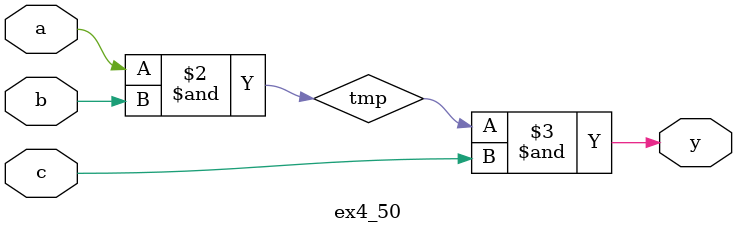
<source format=sv>
 module ex4_50(input  logic a, b, c,
                  output logic y);
         logic tmp;
         always @(a, b, c)
         begin
           tmp = a & b;
           y = tmp & c;
         end
      endmodule


</source>
